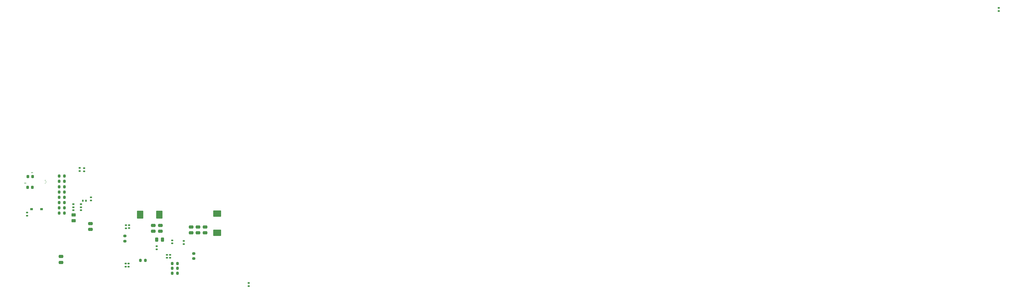
<source format=gbp>
%TF.GenerationSoftware,KiCad,Pcbnew,8.0.6*%
%TF.CreationDate,2025-02-07T02:37:33-05:00*%
%TF.ProjectId,SCAN,5343414e-2e6b-4696-9361-645f70636258,v1.0*%
%TF.SameCoordinates,Original*%
%TF.FileFunction,Paste,Bot*%
%TF.FilePolarity,Positive*%
%FSLAX46Y46*%
G04 Gerber Fmt 4.6, Leading zero omitted, Abs format (unit mm)*
G04 Created by KiCad (PCBNEW 8.0.6) date 2025-02-07 02:37:33*
%MOMM*%
%LPD*%
G01*
G04 APERTURE LIST*
G04 Aperture macros list*
%AMRoundRect*
0 Rectangle with rounded corners*
0 $1 Rounding radius*
0 $2 $3 $4 $5 $6 $7 $8 $9 X,Y pos of 4 corners*
0 Add a 4 corners polygon primitive as box body*
4,1,4,$2,$3,$4,$5,$6,$7,$8,$9,$2,$3,0*
0 Add four circle primitives for the rounded corners*
1,1,$1+$1,$2,$3*
1,1,$1+$1,$4,$5*
1,1,$1+$1,$6,$7*
1,1,$1+$1,$8,$9*
0 Add four rect primitives between the rounded corners*
20,1,$1+$1,$2,$3,$4,$5,0*
20,1,$1+$1,$4,$5,$6,$7,0*
20,1,$1+$1,$6,$7,$8,$9,0*
20,1,$1+$1,$8,$9,$2,$3,0*%
G04 Aperture macros list end*
%ADD10C,0.000000*%
%ADD11R,0.228600X0.304800*%
%ADD12RoundRect,0.135000X-0.185000X0.135000X-0.185000X-0.135000X0.185000X-0.135000X0.185000X0.135000X0*%
%ADD13R,0.800100X0.508000*%
%ADD14RoundRect,0.200000X0.200000X0.275000X-0.200000X0.275000X-0.200000X-0.275000X0.200000X-0.275000X0*%
%ADD15RoundRect,0.200000X-0.200000X-0.275000X0.200000X-0.275000X0.200000X0.275000X-0.200000X0.275000X0*%
%ADD16RoundRect,0.135000X0.185000X-0.135000X0.185000X0.135000X-0.185000X0.135000X-0.185000X-0.135000X0*%
%ADD17RoundRect,0.250000X0.475000X-0.250000X0.475000X0.250000X-0.475000X0.250000X-0.475000X-0.250000X0*%
%ADD18RoundRect,0.140000X-0.170000X0.140000X-0.170000X-0.140000X0.170000X-0.140000X0.170000X0.140000X0*%
%ADD19RoundRect,0.225000X0.225000X0.250000X-0.225000X0.250000X-0.225000X-0.250000X0.225000X-0.250000X0*%
%ADD20RoundRect,0.250000X-0.475000X0.250000X-0.475000X-0.250000X0.475000X-0.250000X0.475000X0.250000X0*%
%ADD21RoundRect,0.250000X1.025000X-0.787500X1.025000X0.787500X-1.025000X0.787500X-1.025000X-0.787500X0*%
%ADD22RoundRect,0.140000X0.170000X-0.140000X0.170000X0.140000X-0.170000X0.140000X-0.170000X-0.140000X0*%
%ADD23RoundRect,0.243750X0.243750X0.456250X-0.243750X0.456250X-0.243750X-0.456250X0.243750X-0.456250X0*%
%ADD24RoundRect,0.200000X-0.275000X0.200000X-0.275000X-0.200000X0.275000X-0.200000X0.275000X0.200000X0*%
%ADD25RoundRect,0.250000X-0.787500X-1.025000X0.787500X-1.025000X0.787500X1.025000X-0.787500X1.025000X0*%
%ADD26RoundRect,0.135000X-0.135000X-0.185000X0.135000X-0.185000X0.135000X0.185000X-0.135000X0.185000X0*%
%ADD27RoundRect,0.250000X-0.450000X0.262500X-0.450000X-0.262500X0.450000X-0.262500X0.450000X0.262500X0*%
%ADD28R,0.820000X0.760000*%
G04 APERTURE END LIST*
D10*
%TO.C,U7*%
G36*
X65769431Y-90255970D02*
G01*
X65778885Y-90258838D01*
X65787600Y-90263496D01*
X65795238Y-90269762D01*
X65801504Y-90277400D01*
X65806162Y-90286115D01*
X65809030Y-90295569D01*
X65810000Y-90305401D01*
X65810000Y-90414601D01*
X65809030Y-90424433D01*
X65806162Y-90433887D01*
X65801504Y-90442602D01*
X65795238Y-90450240D01*
X65787600Y-90456506D01*
X65778885Y-90461164D01*
X65769431Y-90464032D01*
X65759599Y-90465002D01*
X65650399Y-90465002D01*
X65640567Y-90464032D01*
X65631113Y-90461164D01*
X65622398Y-90456506D01*
X65614760Y-90450240D01*
X65608494Y-90442602D01*
X65603836Y-90433887D01*
X65600968Y-90424433D01*
X65600000Y-90414601D01*
X65600000Y-90305401D01*
X65600968Y-90295569D01*
X65603836Y-90286115D01*
X65608494Y-90277400D01*
X65614760Y-90269762D01*
X65622398Y-90263496D01*
X65631113Y-90258838D01*
X65640567Y-90255970D01*
X65650399Y-90255002D01*
X65759599Y-90255002D01*
X65769431Y-90255970D01*
G37*
G36*
X65769431Y-91255968D02*
G01*
X65778885Y-91258836D01*
X65787600Y-91263494D01*
X65795238Y-91269760D01*
X65801504Y-91277398D01*
X65806162Y-91286113D01*
X65809030Y-91295567D01*
X65810000Y-91305399D01*
X65810000Y-91414599D01*
X65809030Y-91424431D01*
X65806162Y-91433885D01*
X65801504Y-91442600D01*
X65795238Y-91450238D01*
X65787600Y-91456504D01*
X65778885Y-91461162D01*
X65769431Y-91464030D01*
X65759599Y-91464998D01*
X65650399Y-91464998D01*
X65640567Y-91464030D01*
X65631113Y-91461162D01*
X65622398Y-91456504D01*
X65614760Y-91450238D01*
X65608494Y-91442600D01*
X65603836Y-91433885D01*
X65600968Y-91424431D01*
X65600000Y-91414599D01*
X65600000Y-91305399D01*
X65600968Y-91295567D01*
X65603836Y-91286113D01*
X65608494Y-91277398D01*
X65614760Y-91269760D01*
X65622398Y-91263494D01*
X65631113Y-91258836D01*
X65640567Y-91255968D01*
X65650399Y-91254998D01*
X65759599Y-91254998D01*
X65769431Y-91255968D01*
G37*
G36*
X66019433Y-90755969D02*
G01*
X66028887Y-90758837D01*
X66037602Y-90763495D01*
X66045240Y-90769761D01*
X66051506Y-90777399D01*
X66056164Y-90786114D01*
X66059032Y-90795568D01*
X66060000Y-90805400D01*
X66060000Y-90914600D01*
X66059032Y-90924432D01*
X66056164Y-90933886D01*
X66051506Y-90942601D01*
X66045240Y-90950239D01*
X66037602Y-90956505D01*
X66028887Y-90961163D01*
X66019433Y-90964031D01*
X66009601Y-90964999D01*
X65900401Y-90964999D01*
X65890569Y-90964031D01*
X65881115Y-90961163D01*
X65872400Y-90956505D01*
X65864762Y-90950239D01*
X65858496Y-90942601D01*
X65853838Y-90933886D01*
X65850970Y-90924432D01*
X65850000Y-90914600D01*
X65850000Y-90805400D01*
X65850970Y-90795568D01*
X65853838Y-90786114D01*
X65858496Y-90777399D01*
X65864762Y-90769761D01*
X65872400Y-90763495D01*
X65881115Y-90758837D01*
X65890569Y-90755969D01*
X65900401Y-90755001D01*
X66009601Y-90755001D01*
X66019433Y-90755969D01*
G37*
%TD*%
D11*
%TO.C,D1*%
X59475600Y-91260000D03*
X59120000Y-91260000D03*
%TD*%
D12*
%TO.C,R55*%
X78250000Y-86390000D03*
X78250000Y-87410000D03*
%TD*%
D13*
%TO.C,Q9*%
X77251900Y-98059998D03*
X77251900Y-99009999D03*
X77251900Y-99960000D03*
X74750000Y-99960000D03*
X74750000Y-99009999D03*
X74750000Y-98059998D03*
%TD*%
D14*
%TO.C,R44*%
X71875000Y-97563333D03*
X70225000Y-97563333D03*
%TD*%
D15*
%TO.C,R22*%
X106635000Y-118730000D03*
X108285000Y-118730000D03*
%TD*%
D11*
%TO.C,D2*%
X61650000Y-87880000D03*
X61294400Y-87880000D03*
%TD*%
D12*
%TO.C,R54*%
X76780000Y-86350000D03*
X76780000Y-87370000D03*
%TD*%
D15*
%TO.C,R45*%
X70215000Y-92426666D03*
X71865000Y-92426666D03*
%TD*%
%TO.C,R41*%
X70225000Y-99256666D03*
X71875000Y-99256666D03*
%TD*%
D16*
%TO.C,R53*%
X80450000Y-96880000D03*
X80450000Y-95860000D03*
%TD*%
D17*
%TO.C,C34*%
X102770000Y-106780000D03*
X102770000Y-104880000D03*
%TD*%
%TO.C,C32*%
X112690001Y-107299999D03*
X112690001Y-105399999D03*
%TD*%
D14*
%TO.C,R46*%
X71865000Y-94150000D03*
X70215000Y-94150000D03*
%TD*%
D16*
%TO.C,R32*%
X372772500Y-35785000D03*
X372772500Y-34765000D03*
%TD*%
%TO.C,R18*%
X91700000Y-105800000D03*
X91700000Y-104780000D03*
%TD*%
%TO.C,R19*%
X91587500Y-118189999D03*
X91587500Y-117169999D03*
%TD*%
D14*
%TO.C,R48*%
X71865000Y-90703333D03*
X70215000Y-90703333D03*
%TD*%
D18*
%TO.C,C12*%
X105890000Y-114340000D03*
X105890000Y-115300000D03*
%TD*%
D19*
%TO.C,C47*%
X61570000Y-92610000D03*
X60020000Y-92610000D03*
%TD*%
D20*
%TO.C,C5*%
X80240000Y-104290000D03*
X80240000Y-106190000D03*
%TD*%
D17*
%TO.C,C36*%
X100540000Y-106780000D03*
X100540000Y-104880000D03*
%TD*%
D15*
%TO.C,R43*%
X70225000Y-95870000D03*
X71875000Y-95870000D03*
%TD*%
D21*
%TO.C,C39*%
X121090000Y-107299999D03*
X121090000Y-101074999D03*
%TD*%
D17*
%TO.C,C37*%
X117190001Y-107299999D03*
X117190001Y-105399999D03*
%TD*%
%TO.C,C35*%
X114940001Y-107299999D03*
X114940001Y-105399999D03*
%TD*%
D16*
%TO.C,R33*%
X131280000Y-124460000D03*
X131280000Y-123440000D03*
%TD*%
D12*
%TO.C,R40*%
X59870000Y-100750000D03*
X59870000Y-101770000D03*
%TD*%
D17*
%TO.C,C6*%
X70790000Y-116810000D03*
X70790000Y-114910000D03*
%TD*%
D14*
%TO.C,R23*%
X108285000Y-120320000D03*
X106635000Y-120320000D03*
%TD*%
D22*
%TO.C,C14*%
X92587500Y-118139999D03*
X92587500Y-117179999D03*
%TD*%
D15*
%TO.C,R47*%
X70215000Y-88980000D03*
X71865000Y-88980000D03*
%TD*%
D23*
%TO.C,D13*%
X103487500Y-109500000D03*
X101612500Y-109500000D03*
%TD*%
D18*
%TO.C,C15*%
X104880000Y-114350000D03*
X104880000Y-115310000D03*
%TD*%
D24*
%TO.C,R28*%
X113560000Y-113925000D03*
X113560000Y-115575000D03*
%TD*%
D22*
%TO.C,C20*%
X110370000Y-110860000D03*
X110370000Y-109900000D03*
%TD*%
D25*
%TO.C,C38*%
X96255001Y-101399999D03*
X102480001Y-101399999D03*
%TD*%
D15*
%TO.C,R26*%
X106640000Y-117140000D03*
X108290000Y-117140000D03*
%TD*%
D19*
%TO.C,C48*%
X61655000Y-89180000D03*
X60105000Y-89180000D03*
%TD*%
D14*
%TO.C,R42*%
X71875000Y-100950000D03*
X70225000Y-100950000D03*
%TD*%
D22*
%TO.C,C19*%
X106590000Y-110679999D03*
X106590000Y-109719999D03*
%TD*%
D15*
%TO.C,R25*%
X96345000Y-116110000D03*
X97995000Y-116110000D03*
%TD*%
D26*
%TO.C,R52*%
X77850000Y-96890000D03*
X78870000Y-96890000D03*
%TD*%
D22*
%TO.C,C13*%
X92700000Y-105750000D03*
X92700000Y-104790000D03*
%TD*%
D27*
%TO.C,R56*%
X74880000Y-101497500D03*
X74880000Y-103322500D03*
%TD*%
D28*
%TO.C,D15*%
X64530000Y-99670000D03*
X61330000Y-99670000D03*
%TD*%
D16*
%TO.C,R27*%
X101630000Y-112600000D03*
X101630000Y-111580000D03*
%TD*%
D24*
%TO.C,R24*%
X91410000Y-108305000D03*
X91410000Y-109955000D03*
%TD*%
M02*

</source>
